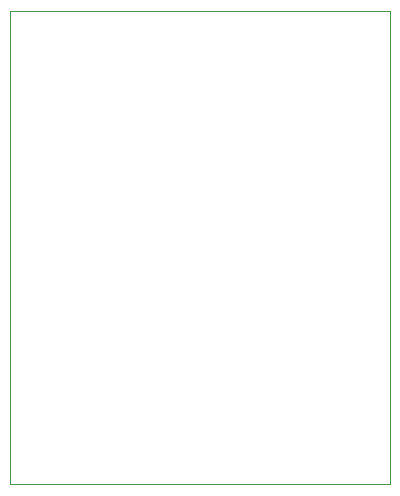
<source format=gbr>
%TF.GenerationSoftware,KiCad,Pcbnew,9.0.1*%
%TF.CreationDate,2025-05-06T12:48:32+03:00*%
%TF.ProjectId,plata_dat,706c6174-615f-4646-9174-2e6b69636164,rev?*%
%TF.SameCoordinates,Original*%
%TF.FileFunction,Profile,NP*%
%FSLAX46Y46*%
G04 Gerber Fmt 4.6, Leading zero omitted, Abs format (unit mm)*
G04 Created by KiCad (PCBNEW 9.0.1) date 2025-05-06 12:48:32*
%MOMM*%
%LPD*%
G01*
G04 APERTURE LIST*
%TA.AperFunction,Profile*%
%ADD10C,0.050000*%
%TD*%
G04 APERTURE END LIST*
D10*
X150600000Y-55700000D02*
X182800000Y-55700000D01*
X182800000Y-95700000D01*
X150600000Y-95700000D01*
X150600000Y-55700000D01*
M02*

</source>
